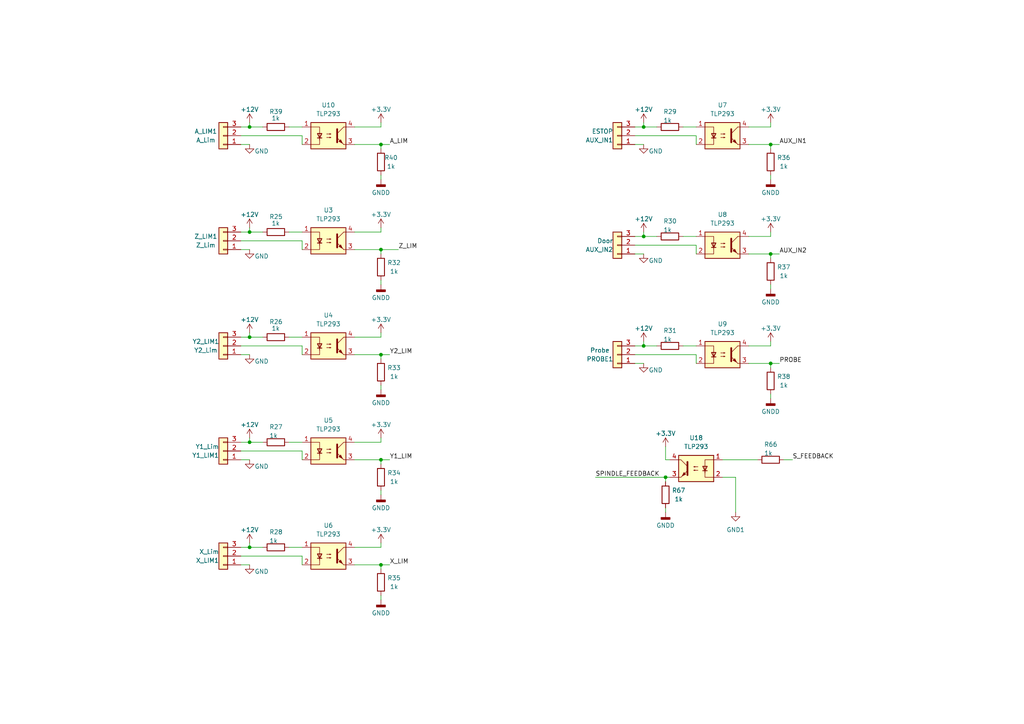
<source format=kicad_sch>
(kicad_sch (version 20230121) (generator eeschema)
  (paper "A4")
  (title_block (title "PCK Controller V1") (company "Josef Pecka"))
  (lib_symbols
    (symbol "Connector_Generic:Conn_01x03" (pin_names (offset 1.016) hide)
      (property "Reference" "J" (at 0 5.08 0))
      (property "Value" "Conn_01x03" (at 0 -5.08 0))
      (symbol "Conn_01x03_1_1"
        (rectangle (start -1.27 -2.413) (end 0 -2.667) (stroke (width 0.1524)))
        (rectangle (start -1.27 0.127) (end 0 -0.127) (stroke (width 0.1524)))
        (rectangle (start -1.27 2.667) (end 0 2.413) (stroke (width 0.1524)))
        (rectangle (start -1.27 3.81) (end 1.27 -3.81) (stroke (width 0.254)) (fill (type background)))
        (pin passive line (at -5.08 2.54 0) (length 3.81) (name "Pin_1") (number "1"))
        (pin passive line (at -5.08 0 0) (length 3.81) (name "Pin_2") (number "2"))
        (pin passive line (at -5.08 -2.54 0) (length 3.81) (name "Pin_3") (number "3"))
      )
    )
    (symbol "Device:R" (pin_numbers hide) (pin_names (offset 0))
      (property "Reference" "R" (at 2.032 0 90))
      (property "Value" "R" (at 0 0 90))
      (symbol "R_0_1"
        (rectangle (start -1.016 -2.54) (end 1.016 2.54) (stroke (width 0.254)))
      )
      (symbol "R_1_1"
        (pin passive line (at 0 3.81 270) (length 1.27) (name "~") (number "1"))
        (pin passive line (at 0 -3.81 90) (length 1.27) (name "~") (number "2"))
      )
    )
    (symbol "Isolator:TLP291"
      (property "Reference" "U" (at -5.08 5.08 0))
      (property "Value" "TLP291" (at 0 5.08 0))
      (symbol "TLP291_0_1"
        (rectangle (start -5.08 3.81) (end 5.08 -3.81) (stroke (width 0.254)) (fill (type background)))
        (polyline (pts (xy -3.175 -0.635) (xy -1.905 -0.635)) (stroke (width 0.254)))
        (polyline (pts (xy 2.54 0.635) (xy 4.445 2.54)))
        (polyline (pts (xy 4.445 -2.54) (xy 2.54 -0.635)) (fill (type outline)))
        (polyline (pts (xy 4.445 -2.54) (xy 5.08 -2.54)))
        (polyline (pts (xy 4.445 2.54) (xy 5.08 2.54)))
        (polyline (pts (xy -2.54 -0.635) (xy -2.54 -2.54) (xy -5.08 -2.54)))
        (polyline (pts (xy 2.54 1.905) (xy 2.54 -1.905) (xy 2.54 -1.905)) (stroke (width 0.508)))
        (polyline (pts (xy -5.08 2.54) (xy -2.54 2.54) (xy -2.54 -1.27) (xy -2.54 0.635)))
        (polyline (pts (xy -2.54 -0.635) (xy -3.175 0.635) (xy -1.905 0.635) (xy -2.54 -0.635)) (stroke (width 0.254)))
        (polyline (pts (xy -0.508 -0.508) (xy 0.762 -0.508) (xy 0.381 -0.635) (xy 0.381 -0.381) (xy 0.762 -0.508)))
        (polyline (pts (xy -0.508 0.508) (xy 0.762 0.508) (xy 0.381 0.381) (xy 0.381 0.635) (xy 0.762 0.508)))
        (polyline (pts (xy 3.048 -1.651) (xy 3.556 -1.143) (xy 4.064 -2.159) (xy 3.048 -1.651) (xy 3.048 -1.651)) (fill (type outline)))
      )
      (symbol "TLP291_1_1"
        (pin passive line (at -7.62 2.54 0) (length 2.54) (name "~") (number "1"))
        (pin passive line (at -7.62 -2.54 0) (length 2.54) (name "~") (number "2"))
        (pin passive line (at 7.62 -2.54 180) (length 2.54) (name "~") (number "3"))
        (pin passive line (at 7.62 2.54 180) (length 2.54) (name "~") (number "4"))
      )
    )
    (symbol "power:+12V" (power) (pin_names (offset 0))
      (property "Value" "+12V" (at 0 3.556 0))
      (symbol "+12V_0_1"
        (polyline (pts (xy -0.762 1.27) (xy 0 2.54)))
        (polyline (pts (xy 0 0) (xy 0 2.54)))
        (polyline (pts (xy 0 2.54) (xy 0.762 1.27)))
      )
      (symbol "+12V_1_1"
        (pin power_in line (at 0 0 90) (length 0) hide (name "+12V") (number "1"))
      )
    )
    (symbol "power:+3.3V" (power) (pin_names (offset 0))
      (property "Value" "+3.3V" (at 0 3.556 0))
      (symbol "+3.3V_0_1"
        (polyline (pts (xy -0.762 1.27) (xy 0 2.54)))
        (polyline (pts (xy 0 0) (xy 0 2.54)))
        (polyline (pts (xy 0 2.54) (xy 0.762 1.27)))
      )
      (symbol "+3.3V_1_1"
        (pin power_in line (at 0 0 90) (length 0) hide (name "+3.3V") (number "1"))
      )
    )
    (symbol "power:GND" (power) (pin_names (offset 0))
      (property "Value" "GND" (at 0 -3.81 0))
      (symbol "GND_0_1"
        (polyline (pts (xy 0 0) (xy 0 -1.27) (xy 1.27 -1.27) (xy 0 -2.54) (xy -1.27 -1.27) (xy 0 -1.27)))
      )
      (symbol "GND_1_1"
        (pin power_in line (at 0 0 270) (length 0) hide (name "GND") (number "1"))
      )
    )
    (symbol "power:GND1" (power) (pin_names (offset 0))
      (property "Value" "GND1" (at 0 -3.81 0))
      (symbol "GND1_0_1"
        (polyline (pts (xy 0 0) (xy 0 -1.27) (xy 1.27 -1.27) (xy 0 -2.54) (xy -1.27 -1.27) (xy 0 -1.27)))
      )
      (symbol "GND1_1_1"
        (pin power_in line (at 0 0 270) (length 0) hide (name "GND1") (number "1"))
      )
    )
    (symbol "power:GNDD" (power) (pin_names (offset 0))
      (property "Value" "GNDD" (at 0 -3.175 0))
      (symbol "GNDD_0_1"
        (rectangle (start -1.27 -1.524) (end 1.27 -2.032) (stroke (width 0.254)) (fill (type outline)))
        (polyline (pts (xy 0 0) (xy 0 -1.524)))
      )
      (symbol "GNDD_1_1"
        (pin power_in line (at 0 0 270) (length 0) hide (name "GNDD") (number "1"))
      )
    )
  )
  (junction (at 186.69 100.33))
  (junction (at 72.39 158.75))
  (junction (at 223.52 105.41))
  (junction (at 186.69 68.58))
  (junction (at 72.39 128.27))
  (junction (at 186.69 36.83))
  (junction (at 110.49 41.91))
  (junction (at 110.49 102.87))
  (junction (at 193.04 138.43))
  (junction (at 72.39 67.31))
  (junction (at 110.49 163.83))
  (junction (at 110.49 133.35))
  (junction (at 223.52 73.66))
  (junction (at 72.39 97.79))
  (junction (at 72.39 36.83))
  (junction (at 110.49 72.39))
  (junction (at 223.52 41.91))
  (wire (pts (xy 184.15 102.87) (xy 201.93 102.87)))
  (wire (pts (xy 201.93 73.66) (xy 201.93 71.12)))
  (wire (pts (xy 69.85 100.33) (xy 87.63 100.33)))
  (wire (pts (xy 193.04 139.7) (xy 193.04 138.43)))
  (wire (pts (xy 110.49 163.83) (xy 110.49 165.1)))
  (wire (pts (xy 72.39 66.04) (xy 72.39 67.31)))
  (wire (pts (xy 102.87 163.83) (xy 110.49 163.83)))
  (wire (pts (xy 198.12 36.83) (xy 201.93 36.83)))
  (wire (pts (xy 69.85 128.27) (xy 72.39 128.27)))
  (wire (pts (xy 87.63 163.83) (xy 87.63 161.29)))
  (wire (pts (xy 72.39 35.56) (xy 72.39 36.83)))
  (wire (pts (xy 209.55 133.35) (xy 219.71 133.35)))
  (wire (pts (xy 83.82 158.75) (xy 87.63 158.75)))
  (wire (pts (xy 201.93 41.91) (xy 201.93 39.37)))
  (wire (pts (xy 213.36 138.43) (xy 213.36 148.59)))
  (wire (pts (xy 223.52 68.58) (xy 223.52 67.31)))
  (wire (pts (xy 110.49 67.31) (xy 110.49 66.04)))
  (wire (pts (xy 102.87 36.83) (xy 110.49 36.83)))
  (wire (pts (xy 110.49 72.39) (xy 115.57 72.39)))
  (wire (pts (xy 110.49 111.76) (xy 110.49 113.03)))
  (wire (pts (xy 209.55 138.43) (xy 213.36 138.43)))
  (wire (pts (xy 223.52 82.55) (xy 223.52 83.82)))
  (wire (pts (xy 69.85 158.75) (xy 72.39 158.75)))
  (wire (pts (xy 172.72 138.43) (xy 193.04 138.43)))
  (wire (pts (xy 69.85 133.35) (xy 72.39 133.35)))
  (wire (pts (xy 184.15 71.12) (xy 201.93 71.12)))
  (wire (pts (xy 69.85 67.31) (xy 72.39 67.31)))
  (wire (pts (xy 113.03 133.35) (xy 110.49 133.35)))
  (wire (pts (xy 69.85 69.85) (xy 87.63 69.85)))
  (wire (pts (xy 69.85 41.91) (xy 72.39 41.91)))
  (wire (pts (xy 110.49 36.83) (xy 110.49 35.56)))
  (wire (pts (xy 193.04 138.43) (xy 194.31 138.43)))
  (wire (pts (xy 201.93 105.41) (xy 201.93 102.87)))
  (wire (pts (xy 102.87 72.39) (xy 110.49 72.39)))
  (wire (pts (xy 72.39 97.79) (xy 76.2 97.79)))
  (wire (pts (xy 223.52 50.8) (xy 223.52 52.07)))
  (wire (pts (xy 69.85 161.29) (xy 87.63 161.29)))
  (wire (pts (xy 83.82 97.79) (xy 87.63 97.79)))
  (wire (pts (xy 110.49 97.79) (xy 110.49 96.52)))
  (wire (pts (xy 72.39 128.27) (xy 76.2 128.27)))
  (wire (pts (xy 72.39 127) (xy 72.39 128.27)))
  (wire (pts (xy 72.39 96.52) (xy 72.39 97.79)))
  (wire (pts (xy 217.17 41.91) (xy 223.52 41.91)))
  (wire (pts (xy 110.49 81.28) (xy 110.49 82.55)))
  (wire (pts (xy 83.82 67.31) (xy 87.63 67.31)))
  (wire (pts (xy 184.15 39.37) (xy 201.93 39.37)))
  (wire (pts (xy 83.82 36.83) (xy 87.63 36.83)))
  (wire (pts (xy 72.39 36.83) (xy 76.2 36.83)))
  (wire (pts (xy 186.69 67.31) (xy 186.69 68.58)))
  (wire (pts (xy 229.87 133.35) (xy 227.33 133.35)))
  (wire (pts (xy 110.49 142.24) (xy 110.49 143.51)))
  (wire (pts (xy 217.17 100.33) (xy 223.52 100.33)))
  (wire (pts (xy 87.63 41.91) (xy 87.63 39.37)))
  (wire (pts (xy 184.15 73.66) (xy 186.69 73.66)))
  (wire (pts (xy 110.49 102.87) (xy 110.49 104.14)))
  (wire (pts (xy 217.17 105.41) (xy 223.52 105.41)))
  (wire (pts (xy 102.87 158.75) (xy 110.49 158.75)))
  (wire (pts (xy 102.87 97.79) (xy 110.49 97.79)))
  (wire (pts (xy 110.49 163.83) (xy 113.03 163.83)))
  (wire (pts (xy 223.52 114.3) (xy 223.52 115.57)))
  (wire (pts (xy 186.69 100.33) (xy 190.5 100.33)))
  (wire (pts (xy 69.85 39.37) (xy 87.63 39.37)))
  (wire (pts (xy 72.39 157.48) (xy 72.39 158.75)))
  (wire (pts (xy 69.85 102.87) (xy 72.39 102.87)))
  (wire (pts (xy 69.85 130.81) (xy 87.63 130.81)))
  (wire (pts (xy 184.15 105.41) (xy 186.69 105.41)))
  (wire (pts (xy 184.15 36.83) (xy 186.69 36.83)))
  (wire (pts (xy 223.52 73.66) (xy 226.06 73.66)))
  (wire (pts (xy 69.85 97.79) (xy 72.39 97.79)))
  (wire (pts (xy 87.63 102.87) (xy 87.63 100.33)))
  (wire (pts (xy 217.17 36.83) (xy 223.52 36.83)))
  (wire (pts (xy 193.04 129.54) (xy 193.04 133.35)))
  (wire (pts (xy 223.52 105.41) (xy 223.52 106.68)))
  (wire (pts (xy 186.69 99.06) (xy 186.69 100.33)))
  (wire (pts (xy 198.12 68.58) (xy 201.93 68.58)))
  (wire (pts (xy 186.69 68.58) (xy 190.5 68.58)))
  (wire (pts (xy 223.52 105.41) (xy 226.06 105.41)))
  (wire (pts (xy 110.49 128.27) (xy 110.49 127)))
  (wire (pts (xy 110.49 50.8) (xy 110.49 52.07)))
  (wire (pts (xy 110.49 133.35) (xy 102.87 133.35)))
  (wire (pts (xy 223.52 41.91) (xy 223.52 43.18)))
  (wire (pts (xy 193.04 133.35) (xy 194.31 133.35)))
  (wire (pts (xy 110.49 158.75) (xy 110.49 157.48)))
  (wire (pts (xy 193.04 147.32) (xy 193.04 148.59)))
  (wire (pts (xy 102.87 128.27) (xy 110.49 128.27)))
  (wire (pts (xy 223.52 100.33) (xy 223.52 99.06)))
  (wire (pts (xy 184.15 41.91) (xy 186.69 41.91)))
  (wire (pts (xy 110.49 133.35) (xy 110.49 134.62)))
  (wire (pts (xy 102.87 41.91) (xy 110.49 41.91)))
  (wire (pts (xy 110.49 41.91) (xy 113.03 41.91)))
  (wire (pts (xy 186.69 36.83) (xy 190.5 36.83)))
  (wire (pts (xy 102.87 102.87) (xy 110.49 102.87)))
  (wire (pts (xy 110.49 172.72) (xy 110.49 173.99)))
  (wire (pts (xy 223.52 73.66) (xy 223.52 74.93)))
  (wire (pts (xy 69.85 36.83) (xy 72.39 36.83)))
  (wire (pts (xy 69.85 163.83) (xy 72.39 163.83)))
  (wire (pts (xy 110.49 102.87) (xy 113.03 102.87)))
  (wire (pts (xy 72.39 67.31) (xy 76.2 67.31)))
  (wire (pts (xy 223.52 36.83) (xy 223.52 35.56)))
  (wire (pts (xy 87.63 133.35) (xy 87.63 130.81)))
  (wire (pts (xy 69.85 72.39) (xy 72.39 72.39)))
  (wire (pts (xy 83.82 128.27) (xy 87.63 128.27)))
  (wire (pts (xy 110.49 72.39) (xy 110.49 73.66)))
  (wire (pts (xy 72.39 158.75) (xy 76.2 158.75)))
  (wire (pts (xy 184.15 68.58) (xy 186.69 68.58)))
  (wire (pts (xy 184.15 100.33) (xy 186.69 100.33)))
  (wire (pts (xy 186.69 35.56) (xy 186.69 36.83)))
  (wire (pts (xy 198.12 100.33) (xy 201.93 100.33)))
  (wire (pts (xy 102.87 67.31) (xy 110.49 67.31)))
  (wire (pts (xy 217.17 68.58) (xy 223.52 68.58)))
  (wire (pts (xy 87.63 72.39) (xy 87.63 69.85)))
  (wire (pts (xy 223.52 41.91) (xy 226.06 41.91)))
  (wire (pts (xy 110.49 41.91) (xy 110.49 43.18)))
  (wire (pts (xy 217.17 73.66) (xy 223.52 73.66)))
  (label "AUX_IN1" (at 226.06 41.91 0))
  (label "Z_LIM" (at 115.57 72.39 0))
  (label "PROBE" (at 226.06 105.41 0))
  (label "SPINDLE_FEEDBACK" (at 172.72 138.43 0))
  (label "Y1_LIM" (at 113.03 133.35 0))
  (label "A_LIM" (at 113.03 41.91 0))
  (label "AUX_IN2" (at 226.06 73.66 0))
  (label "S_FEEDBACK" (at 229.87 133.35 0))
  (label "X_LIM" (at 113.03 163.83 0))
  (label "Y2_LIM" (at 113.03 102.87 0))
  (symbol (lib_id "power:+3.3V") (at 110.49 35.56 0) (unit 1)
    (property "Reference" "#PWR0102" (effects hide))
    (property "Value" "+3.3V" (at 110.49 31.75 0))
    (instances (project "CNC_board" (path "" (reference "#PWR0102") (unit 1))) (project "Schematic_export" (path "" (reference "#PWR0152") (unit 1)) (path "" (reference "#PWR0105") (unit 1))))
  )
  (symbol (lib_id "power:+3.3V") (at 110.49 157.48 0) (unit 1)
    (property "Reference" "#PWR089" (effects hide))
    (property "Value" "+3.3V" (at 110.49 153.67 0))
    (instances (project "CNC_board" (path "" (reference "#PWR089") (unit 1))) (project "Schematic_export" (path "" (reference "#PWR0160") (unit 1)) (path "" (reference "#PWR0113") (unit 1))))
  )
  (symbol (lib_id "power:+3.3V") (at 110.49 96.52 0) (unit 1)
    (property "Reference" "#PWR087" (effects hide))
    (property "Value" "+3.3V" (at 110.49 92.71 0))
    (instances (project "CNC_board" (path "" (reference "#PWR087") (unit 1))) (project "Schematic_export" (path "" (reference "#PWR0156") (unit 1)) (path "" (reference "#PWR0109") (unit 1))))
  )
  (symbol (lib_id "Connector_Generic:Conn_01x03") (at 64.77 39.37 180) (unit 1)
    (property "Reference" "A_LIM1" (at 59.69 38.1 0))
    (property "Value" "A_Lim" (at 59.69 40.64 0))
    (property "Footprint" "Connector_JST:JST_XH_B3B-XH-A_1x03_P2.50mm_Vertical" (effects hide))
    (instances (project "CNC_board" (path "" (reference "A_LIM1") (unit 1))) (project "Schematic_export" (path "" (reference "A_LIM2") (unit 1)) (path "" (reference "A_LIM1") (unit 1))))
  )
  (symbol (lib_id "Isolator:TLP291") (at 209.55 39.37 0) (unit 1)
    (property "Reference" "U7" (at 209.55 30.48 0))
    (property "Value" "TLP293" (at 209.55 33.02 0))
    (property "Footprint" "Package_SO:SOIC-4_4.55x2.6mm_P1.27mm" (effects hide))
    (property "Datasheet" "https://toshiba.semicon-storage.com/info/docget.jsp?did=12884&prodName=TLP291" (effects hide))
    (instances (project "CNC_board" (path "" (reference "U7") (unit 1))) (project "Schematic_export" (path "" (reference "U23") (unit 1)) (path "" (reference "U11") (unit 1))))
  )
  (symbol (lib_id "Isolator:TLP291") (at 209.55 71.12 0) (unit 1)
    (property "Reference" "U8" (at 209.55 62.23 0))
    (property "Value" "TLP293" (at 209.55 64.77 0))
    (property "Footprint" "Package_SO:SOIC-4_4.55x2.6mm_P1.27mm" (effects hide))
    (property "Datasheet" "https://toshiba.semicon-storage.com/info/docget.jsp?did=12884&prodName=TLP291" (effects hide))
    (instances (project "CNC_board" (path "" (reference "U8") (unit 1))) (project "Schematic_export" (path "" (reference "U24") (unit 1)) (path "" (reference "U12") (unit 1))))
  )
  (symbol (lib_id "Isolator:TLP291") (at 95.25 69.85 0) (unit 1)
    (property "Reference" "U3" (at 95.25 60.96 0))
    (property "Value" "TLP293" (at 95.25 63.5 0))
    (property "Footprint" "Package_SO:SOIC-4_4.55x2.6mm_P1.27mm" (effects hide))
    (property "Datasheet" "https://toshiba.semicon-storage.com/info/docget.jsp?did=12884&prodName=TLP291" (effects hide))
    (instances (project "CNC_board" (path "" (reference "U3") (unit 1))) (project "Schematic_export" (path "" (reference "U18") (unit 1)) (path "" (reference "U6") (unit 1))))
  )
  (symbol (lib_id "power:+3.3V") (at 110.49 127 0) (unit 1)
    (property "Reference" "#PWR088" (effects hide))
    (property "Value" "+3.3V" (at 110.49 123.19 0))
    (instances (project "CNC_board" (path "" (reference "#PWR088") (unit 1))) (project "Schematic_export" (path "" (reference "#PWR0158") (unit 1)) (path "" (reference "#PWR0111") (unit 1))))
  )
  (symbol (lib_id "power:GND") (at 72.39 133.35 0) (unit 1)
    (property "Reference" "#PWR077" (effects hide))
    (property "Value" "GND" (at 75.884 135.2821 0))
    (instances (project "CNC_board" (path "" (reference "#PWR077") (unit 1))) (project "Schematic_export" (path "" (reference "#PWR0149") (unit 1)) (path "" (reference "#PWR0102") (unit 1))) (project "CNC_controll_board" (path "" (reference "#PWR06") (unit 1))))
  )
  (symbol (lib_id "Device:R") (at 80.01 158.75 270) (unit 1)
    (property "Reference" "R28" (at 78.105 154.305 90) (effects (justify left)))
    (property "Value" "1k" (at 78.105 156.845 90) (effects (justify left)))
    (property "Footprint" "Resistor_SMD:R_0603_1608Metric" (effects hide))
    (instances (project "CNC_board" (path "" (reference "R28") (unit 1))) (project "Schematic_export" (path "" (reference "R74") (unit 1)) (path "" (reference "R44") (unit 1))))
  )
  (symbol (lib_id "Device:R") (at 194.31 100.33 270) (unit 1)
    (property "Reference" "R31" (at 192.405 95.885 90) (effects (justify left)))
    (property "Value" "1k" (at 192.405 98.425 90) (effects (justify left)))
    (property "Footprint" "Resistor_SMD:R_0603_1608Metric" (effects hide))
    (instances (project "CNC_board" (path "" (reference "R31") (unit 1))) (project "Schematic_export" (path "" (reference "R83") (unit 1)) (path "" (reference "R53") (unit 1))))
  )
  (symbol (lib_id "power:GND") (at 72.39 41.91 0) (unit 1)
    (property "Reference" "#PWR0101" (effects hide))
    (property "Value" "GND" (at 75.884 43.8421 0))
    (instances (project "CNC_board" (path "" (reference "#PWR0101") (unit 1))) (project "Schematic_export" (path "" (reference "#PWR0143") (unit 1)) (path "" (reference "#PWR096") (unit 1))) (project "CNC_controll_board" (path "" (reference "#PWR06") (unit 1))))
  )
  (symbol (lib_id "power:+12V") (at 72.39 127 0) (unit 1)
    (property "Reference" "#PWR076" (effects hide))
    (property "Value" "+12V" (at 72.39 123.19 0))
    (instances (project "CNC_board" (path "" (reference "#PWR076") (unit 1))) (project "Schematic_export" (path "" (reference "#PWR0148") (unit 1)) (path "" (reference "#PWR0101") (unit 1))))
  )
  (symbol (lib_id "Connector_Generic:Conn_01x03") (at 179.07 71.12 180) (unit 1)
    (property "Reference" "AUX_IN2" (at 177.8 72.39 0) (effects (justify left)))
    (property "Value" "Door" (at 177.8 69.85 0) (effects (justify left)))
    (property "Footprint" "Connector_JST:JST_XH_B3B-XH-A_1x03_P2.50mm_Vertical" (effects hide))
    (instances (project "CNC_board" (path "" (reference "AUX_IN2") (unit 1))) (project "Schematic_export" (path "" (reference "AUX_IN4") (unit 1)) (path "" (reference "AUX_IN2") (unit 1))))
  )
  (symbol (lib_id "Device:R") (at 110.49 107.95 180) (unit 1)
    (property "Reference" "R33" (at 114.3 106.68 0))
    (property "Value" "1k" (at 114.3 109.22 0))
    (property "Footprint" "Resistor_SMD:R_0402_1005Metric" (effects hide))
    (instances (project "CNC_board" (path "" (reference "R33") (unit 1))) (project "Schematic_export" (path "" (reference "R77") (unit 1)) (path "" (reference "R47") (unit 1))))
  )
  (symbol (lib_id "Isolator:TLP291") (at 95.25 39.37 0) (unit 1)
    (property "Reference" "U10" (at 95.25 30.48 0))
    (property "Value" "TLP293" (at 95.25 33.02 0))
    (property "Footprint" "Package_SO:SOIC-4_4.55x2.6mm_P1.27mm" (effects hide))
    (property "Datasheet" "https://toshiba.semicon-storage.com/info/docget.jsp?did=12884&prodName=TLP291" (effects hide))
    (instances (project "CNC_board" (path "" (reference "U10") (unit 1))) (project "Schematic_export" (path "" (reference "U17") (unit 1)) (path "" (reference "U5") (unit 1))))
  )
  (symbol (lib_id "Device:R") (at 223.52 133.35 270) (unit 1)
    (property "Reference" "R66" (at 221.615 128.905 90) (effects (justify left)))
    (property "Value" "1k" (at 221.615 131.445 90) (effects (justify left)))
    (property "Footprint" "Resistor_SMD:R_0603_1608Metric" (effects hide))
    (instances (project "CNC_board" (path "" (reference "R66") (unit 1))) (project "Schematic_export" (path "" (reference "R87") (unit 1)) (path "" (reference "R57") (unit 1))))
  )
  (symbol (lib_id "Device:R") (at 223.52 46.99 180) (unit 1)
    (property "Reference" "R36" (at 227.33 45.72 0))
    (property "Value" "1k" (at 227.33 48.26 0))
    (property "Footprint" "Resistor_SMD:R_0402_1005Metric" (effects hide))
    (instances (project "CNC_board" (path "" (reference "R36") (unit 1))) (project "Schematic_export" (path "" (reference "R84") (unit 1)) (path "" (reference "R54") (unit 1))))
  )
  (symbol (lib_id "Isolator:TLP291") (at 95.25 161.29 0) (unit 1)
    (property "Reference" "U6" (at 95.25 152.4 0))
    (property "Value" "TLP293" (at 95.25 154.94 0))
    (property "Footprint" "Package_SO:SOIC-4_4.55x2.6mm_P1.27mm" (effects hide))
    (property "Datasheet" "https://toshiba.semicon-storage.com/info/docget.jsp?did=12884&prodName=TLP291" (effects hide))
    (instances (project "CNC_board" (path "" (reference "U6") (unit 1))) (project "Schematic_export" (path "" (reference "U21") (unit 1)) (path "" (reference "U9") (unit 1))))
  )
  (symbol (lib_id "Device:R") (at 194.31 36.83 270) (unit 1)
    (property "Reference" "R29" (at 192.405 32.385 90) (effects (justify left)))
    (property "Value" "1k" (at 192.405 34.925 90) (effects (justify left)))
    (property "Footprint" "Resistor_SMD:R_0603_1608Metric" (effects hide))
    (instances (project "CNC_board" (path "" (reference "R29") (unit 1))) (project "Schematic_export" (path "" (reference "R81") (unit 1)) (path "" (reference "R51") (unit 1))))
  )
  (symbol (lib_id "Device:R") (at 110.49 77.47 180) (unit 1)
    (property "Reference" "R32" (at 114.3 76.2 0))
    (property "Value" "1k" (at 114.3 78.74 0))
    (property "Footprint" "Resistor_SMD:R_0402_1005Metric" (effects hide))
    (instances (project "CNC_board" (path "" (reference "R32") (unit 1))) (project "Schematic_export" (path "" (reference "R76") (unit 1)) (path "" (reference "R46") (unit 1))))
  )
  (symbol (lib_id "Device:R") (at 80.01 67.31 270) (unit 1)
    (property "Reference" "R25" (at 78.105 62.865 90) (effects (justify left)))
    (property "Value" "1k" (at 78.74 64.77 90) (effects (justify left)))
    (property "Footprint" "Resistor_SMD:R_0603_1608Metric" (effects hide))
    (instances (project "CNC_board" (path "" (reference "R25") (unit 1))) (project "Schematic_export" (path "" (reference "R71") (unit 1)) (path "" (reference "R41") (unit 1))))
  )
  (symbol (lib_id "power:GND1") (at 213.36 148.59 0) (unit 1)
    (property "Reference" "#PWR0142" (effects hide))
    (property "Value" "GND1" (at 213.36 153.67 0))
    (instances (project "CNC_board" (path "" (reference "#PWR0142") (unit 1))) (project "Schematic_export" (path "" (reference "#PWR0170") (unit 1)) (path "" (reference "#PWR0123") (unit 1))))
  )
  (symbol (lib_id "power:+12V") (at 72.39 66.04 0) (unit 1)
    (property "Reference" "#PWR072" (effects hide))
    (property "Value" "+12V" (at 72.39 62.23 0))
    (instances (project "CNC_board" (path "" (reference "#PWR072") (unit 1))) (project "Schematic_export" (path "" (reference "#PWR0144") (unit 1)) (path "" (reference "#PWR097") (unit 1))))
  )
  (symbol (lib_id "power:+12V") (at 186.69 99.06 0) (unit 1)
    (property "Reference" "#PWR084" (effects hide))
    (property "Value" "+12V" (at 186.69 95.25 0))
    (instances (project "CNC_board" (path "" (reference "#PWR084") (unit 1))) (project "Schematic_export" (path "" (reference "#PWR0166") (unit 1)) (path "" (reference "#PWR0119") (unit 1))))
  )
  (symbol (lib_id "power:GNDD") (at 110.49 52.07 0) (unit 1)
    (property "Reference" "#PWR0103" (effects hide))
    (property "Value" "GNDD" (at 110.49 55.88 0))
    (instances (project "CNC_board" (path "" (reference "#PWR0103") (unit 1))) (project "Schematic_export" (path "" (reference "#PWR0153") (unit 1)) (path "" (reference "#PWR0106") (unit 1))))
  )
  (symbol (lib_id "power:+3.3V") (at 223.52 35.56 0) (unit 1)
    (property "Reference" "#PWR090" (effects hide))
    (property "Value" "+3.3V" (at 223.52 31.75 0))
    (instances (project "CNC_board" (path "" (reference "#PWR090") (unit 1))) (project "Schematic_export" (path "" (reference "#PWR0171") (unit 1)) (path "" (reference "#PWR0124") (unit 1))))
  )
  (symbol (lib_id "power:GND") (at 186.69 105.41 0) (unit 1)
    (property "Reference" "#PWR085" (effects hide))
    (property "Value" "GND" (at 190.184 107.3421 0))
    (instances (project "CNC_board" (path "" (reference "#PWR085") (unit 1))) (project "Schematic_export" (path "" (reference "#PWR0167") (unit 1)) (path "" (reference "#PWR0120") (unit 1))) (project "CNC_controll_board" (path "" (reference "#PWR06") (unit 1))))
  )
  (symbol (lib_id "power:GNDD") (at 193.04 148.59 0) (unit 1)
    (property "Reference" "#PWR0145" (effects hide))
    (property "Value" "GNDD" (at 193.04 152.4 0))
    (instances (project "CNC_board" (path "" (reference "#PWR0145") (unit 1))) (project "Schematic_export" (path "" (reference "#PWR0169") (unit 1)) (path "" (reference "#PWR0122") (unit 1))))
  )
  (symbol (lib_id "power:GNDD") (at 223.52 52.07 0) (unit 1)
    (property "Reference" "#PWR097" (effects hide))
    (property "Value" "GNDD" (at 223.52 55.88 0))
    (instances (project "CNC_board" (path "" (reference "#PWR097") (unit 1))) (project "Schematic_export" (path "" (reference "#PWR0172") (unit 1)) (path "" (reference "#PWR0125") (unit 1))))
  )
  (symbol (lib_id "Device:R") (at 80.01 128.27 270) (unit 1)
    (property "Reference" "R27" (at 78.105 123.825 90) (effects (justify left)))
    (property "Value" "1k" (at 78.105 126.365 90) (effects (justify left)))
    (property "Footprint" "Resistor_SMD:R_0603_1608Metric" (effects hide))
    (instances (project "CNC_board" (path "" (reference "R27") (unit 1))) (project "Schematic_export" (path "" (reference "R73") (unit 1)) (path "" (reference "R43") (unit 1))))
  )
  (symbol (lib_id "power:GND") (at 186.69 41.91 0) (unit 1)
    (property "Reference" "#PWR081" (effects hide))
    (property "Value" "GND" (at 190.184 43.8421 0))
    (instances (project "CNC_board" (path "" (reference "#PWR081") (unit 1))) (project "Schematic_export" (path "" (reference "#PWR0163") (unit 1)) (path "" (reference "#PWR0116") (unit 1))) (project "CNC_controll_board" (path "" (reference "#PWR06") (unit 1))))
  )
  (symbol (lib_id "Connector_Generic:Conn_01x03") (at 64.77 69.85 180) (unit 1)
    (property "Reference" "Z_LIM1" (at 59.69 68.58 0))
    (property "Value" "Z_Lim" (at 59.69 71.12 0))
    (property "Footprint" "Connector_JST:JST_XH_B3B-XH-A_1x03_P2.50mm_Vertical" (effects hide))
    (instances (project "CNC_board" (path "" (reference "Z_LIM1") (unit 1))) (project "Schematic_export" (path "" (reference "Z_LIM2") (unit 1)) (path "" (reference "Z_LIM1") (unit 1))))
  )
  (symbol (lib_id "power:+3.3V") (at 110.49 66.04 0) (unit 1)
    (property "Reference" "#PWR086" (effects hide))
    (property "Value" "+3.3V" (at 110.49 62.23 0))
    (instances (project "CNC_board" (path "" (reference "#PWR086") (unit 1))) (project "Schematic_export" (path "" (reference "#PWR0154") (unit 1)) (path "" (reference "#PWR0107") (unit 1))))
  )
  (symbol (lib_id "power:GND") (at 72.39 102.87 0) (unit 1)
    (property "Reference" "#PWR075" (effects hide))
    (property "Value" "GND" (at 75.884 104.8021 0))
    (instances (project "CNC_board" (path "" (reference "#PWR075") (unit 1))) (project "Schematic_export" (path "" (reference "#PWR0147") (unit 1)) (path "" (reference "#PWR0100") (unit 1))) (project "CNC_controll_board" (path "" (reference "#PWR06") (unit 1))))
  )
  (symbol (lib_id "power:GNDD") (at 110.49 173.99 0) (unit 1)
    (property "Reference" "#PWR096" (effects hide))
    (property "Value" "GNDD" (at 110.49 177.8 0))
    (instances (project "CNC_board" (path "" (reference "#PWR096") (unit 1))) (project "Schematic_export" (path "" (reference "#PWR0161") (unit 1)) (path "" (reference "#PWR0114") (unit 1))))
  )
  (symbol (lib_id "Connector_Generic:Conn_01x03") (at 64.77 161.29 180) (unit 1)
    (property "Reference" "X_LIM1" (at 63.5 162.56 0) (effects (justify left)))
    (property "Value" "X_Lim" (at 63.5 160.02 0) (effects (justify left)))
    (property "Footprint" "Connector_JST:JST_XH_B3B-XH-A_1x03_P2.50mm_Vertical" (effects hide))
    (instances (project "CNC_board" (path "" (reference "X_LIM1") (unit 1))) (project "Schematic_export" (path "" (reference "X_LIM2") (unit 1)) (path "" (reference "X_LIM1") (unit 1))))
  )
  (symbol (lib_id "Device:R") (at 110.49 138.43 180) (unit 1)
    (property "Reference" "R34" (at 114.3 137.16 0))
    (property "Value" "1k" (at 114.3 139.7 0))
    (property "Footprint" "Resistor_SMD:R_0402_1005Metric" (effects hide))
    (instances (project "CNC_board" (path "" (reference "R34") (unit 1))) (project "Schematic_export" (path "" (reference "R78") (unit 1)) (path "" (reference "R48") (unit 1))))
  )
  (symbol (lib_id "Device:R") (at 193.04 143.51 180) (unit 1)
    (property "Reference" "R67" (at 196.85 142.24 0))
    (property "Value" "1k" (at 196.85 144.78 0))
    (property "Footprint" "Resistor_SMD:R_0402_1005Metric" (effects hide))
    (instances (project "CNC_board" (path "" (reference "R67") (unit 1))) (project "Schematic_export" (path "" (reference "R80") (unit 1)) (path "" (reference "R50") (unit 1))))
  )
  (symbol (lib_id "power:+12V") (at 72.39 157.48 0) (unit 1)
    (property "Reference" "#PWR078" (effects hide))
    (property "Value" "+12V" (at 72.39 153.67 0))
    (instances (project "CNC_board" (path "" (reference "#PWR078") (unit 1))) (project "Schematic_export" (path "" (reference "#PWR0150") (unit 1)) (path "" (reference "#PWR0103") (unit 1))))
  )
  (symbol (lib_id "Device:R") (at 223.52 78.74 180) (unit 1)
    (property "Reference" "R37" (at 227.33 77.47 0))
    (property "Value" "1k" (at 227.33 80.01 0))
    (property "Footprint" "Resistor_SMD:R_0402_1005Metric" (effects hide))
    (instances (project "CNC_board" (path "" (reference "R37") (unit 1))) (project "Schematic_export" (path "" (reference "R85") (unit 1)) (path "" (reference "R55") (unit 1))))
  )
  (symbol (lib_id "power:GNDD") (at 110.49 113.03 0) (unit 1)
    (property "Reference" "#PWR094" (effects hide))
    (property "Value" "GNDD" (at 110.49 116.84 0))
    (instances (project "CNC_board" (path "" (reference "#PWR094") (unit 1))) (project "Schematic_export" (path "" (reference "#PWR0157") (unit 1)) (path "" (reference "#PWR0110") (unit 1))))
  )
  (symbol (lib_id "power:GNDD") (at 110.49 82.55 0) (unit 1)
    (property "Reference" "#PWR093" (effects hide))
    (property "Value" "GNDD" (at 110.49 86.36 0))
    (instances (project "CNC_board" (path "" (reference "#PWR093") (unit 1))) (project "Schematic_export" (path "" (reference "#PWR0155") (unit 1)) (path "" (reference "#PWR0108") (unit 1))))
  )
  (symbol (lib_id "Isolator:TLP291") (at 95.25 130.81 0) (unit 1)
    (property "Reference" "U5" (at 95.25 121.92 0))
    (property "Value" "TLP293" (at 95.25 124.46 0))
    (property "Footprint" "Package_SO:SOIC-4_4.55x2.6mm_P1.27mm" (effects hide))
    (property "Datasheet" "https://toshiba.semicon-storage.com/info/docget.jsp?did=12884&prodName=TLP291" (effects hide))
    (instances (project "CNC_board" (path "" (reference "U5") (unit 1))) (project "Schematic_export" (path "" (reference "U20") (unit 1)) (path "" (reference "U8") (unit 1))))
  )
  (symbol (lib_id "power:+3.3V") (at 223.52 67.31 0) (unit 1)
    (property "Reference" "#PWR091" (effects hide))
    (property "Value" "+3.3V" (at 223.52 63.5 0))
    (instances (project "CNC_board" (path "" (reference "#PWR091") (unit 1))) (project "Schematic_export" (path "" (reference "#PWR0173") (unit 1)) (path "" (reference "#PWR0126") (unit 1))))
  )
  (symbol (lib_id "power:+12V") (at 186.69 35.56 0) (unit 1)
    (property "Reference" "#PWR080" (effects hide))
    (property "Value" "+12V" (at 186.69 31.75 0))
    (instances (project "CNC_board" (path "" (reference "#PWR080") (unit 1))) (project "Schematic_export" (path "" (reference "#PWR0162") (unit 1)) (path "" (reference "#PWR0115") (unit 1))))
  )
  (symbol (lib_id "Device:R") (at 194.31 68.58 270) (unit 1)
    (property "Reference" "R30" (at 192.405 64.135 90) (effects (justify left)))
    (property "Value" "1k" (at 192.405 66.675 90) (effects (justify left)))
    (property "Footprint" "Resistor_SMD:R_0603_1608Metric" (effects hide))
    (instances (project "CNC_board" (path "" (reference "R30") (unit 1))) (project "Schematic_export" (path "" (reference "R82") (unit 1)) (path "" (reference "R52") (unit 1))))
  )
  (symbol (lib_id "power:+12V") (at 72.39 35.56 0) (unit 1)
    (property "Reference" "#PWR0100" (effects hide))
    (property "Value" "+12V" (at 72.39 31.75 0))
    (instances (project "CNC_board" (path "" (reference "#PWR0100") (unit 1))) (project "Schematic_export" (path "" (reference "#PWR0142") (unit 1)) (path "" (reference "#PWR095") (unit 1))))
  )
  (symbol (lib_id "power:+3.3V") (at 193.04 129.54 0) (unit 1)
    (property "Reference" "#PWR0144" (effects hide))
    (property "Value" "+3.3V" (at 193.04 125.73 0))
    (instances (project "CNC_board" (path "" (reference "#PWR0144") (unit 1))) (project "Schematic_export" (path "" (reference "#PWR0168") (unit 1)) (path "" (reference "#PWR0121") (unit 1))))
  )
  (symbol (lib_id "Connector_Generic:Conn_01x03") (at 64.77 130.81 180) (unit 1)
    (property "Reference" "Y1_LIM1" (at 63.5 132.08 0) (effects (justify left)))
    (property "Value" "Y1_Lim" (at 63.5 129.54 0) (effects (justify left)))
    (property "Footprint" "Connector_JST:JST_XH_B3B-XH-A_1x03_P2.50mm_Vertical" (effects hide))
    (instances (project "CNC_board" (path "" (reference "Y1_LIM1") (unit 1))) (project "Schematic_export" (path "" (reference "Y1_LIM2") (unit 1)) (path "" (reference "Y1_LIM1") (unit 1))))
  )
  (symbol (lib_id "Isolator:TLP291") (at 95.25 100.33 0) (unit 1)
    (property "Reference" "U4" (at 95.25 91.44 0))
    (property "Value" "TLP293" (at 95.25 93.98 0))
    (property "Footprint" "Package_SO:SOIC-4_4.55x2.6mm_P1.27mm" (effects hide))
    (property "Datasheet" "https://toshiba.semicon-storage.com/info/docget.jsp?did=12884&prodName=TLP291" (effects hide))
    (instances (project "CNC_board" (path "" (reference "U4") (unit 1))) (project "Schematic_export" (path "" (reference "U19") (unit 1)) (path "" (reference "U7") (unit 1))))
  )
  (symbol (lib_id "Isolator:TLP291") (at 201.93 135.89 0) (mirror y) (unit 1)
    (property "Reference" "U18" (at 201.93 127 0))
    (property "Value" "TLP293" (at 201.93 129.54 0))
    (property "Footprint" "Package_SO:SOIC-4_4.55x2.6mm_P1.27mm" (effects hide))
    (property "Datasheet" "https://toshiba.semicon-storage.com/info/docget.jsp?did=12884&prodName=TLP291" (effects hide))
    (instances (project "CNC_board" (path "" (reference "U18") (unit 1))) (project "Schematic_export" (path "" (reference "U22") (unit 1)) (path "" (reference "U10") (unit 1))))
  )
  (symbol (lib_id "Connector_Generic:Conn_01x03") (at 179.07 102.87 180) (unit 1)
    (property "Reference" "PROBE1" (at 173.99 104.14 0))
    (property "Value" "Probe" (at 173.99 101.6 0))
    (property "Footprint" "Connector_JST:JST_XH_B3B-XH-A_1x03_P2.50mm_Vertical" (effects hide))
    (instances (project "CNC_board" (path "" (reference "PROBE1") (unit 1))) (project "Schematic_export" (path "" (reference "PROBE2") (unit 1)) (path "" (reference "PROBE1") (unit 1))))
  )
  (symbol (lib_id "power:GNDD") (at 110.49 143.51 0) (unit 1)
    (property "Reference" "#PWR095" (effects hide))
    (property "Value" "GNDD" (at 110.49 147.32 0))
    (instances (project "CNC_board" (path "" (reference "#PWR095") (unit 1))) (project "Schematic_export" (path "" (reference "#PWR0159") (unit 1)) (path "" (reference "#PWR0112") (unit 1))))
  )
  (symbol (lib_id "power:+12V") (at 72.39 96.52 0) (unit 1)
    (property "Reference" "#PWR074" (effects hide))
    (property "Value" "+12V" (at 72.39 92.71 0))
    (instances (project "CNC_board" (path "" (reference "#PWR074") (unit 1))) (project "Schematic_export" (path "" (reference "#PWR0146") (unit 1)) (path "" (reference "#PWR099") (unit 1))))
  )
  (symbol (lib_id "power:GNDD") (at 223.52 83.82 0) (unit 1)
    (property "Reference" "#PWR098" (effects hide))
    (property "Value" "GNDD" (at 223.52 87.63 0))
    (instances (project "CNC_board" (path "" (reference "#PWR098") (unit 1))) (project "Schematic_export" (path "" (reference "#PWR0174") (unit 1)) (path "" (reference "#PWR0127") (unit 1))))
  )
  (symbol (lib_id "power:GND") (at 72.39 163.83 0) (unit 1)
    (property "Reference" "#PWR079" (effects hide))
    (property "Value" "GND" (at 75.884 165.7621 0))
    (instances (project "CNC_board" (path "" (reference "#PWR079") (unit 1))) (project "Schematic_export" (path "" (reference "#PWR0151") (unit 1)) (path "" (reference "#PWR0104") (unit 1))) (project "CNC_controll_board" (path "" (reference "#PWR06") (unit 1))))
  )
  (symbol (lib_id "power:+12V") (at 186.69 67.31 0) (unit 1)
    (property "Reference" "#PWR082" (effects hide))
    (property "Value" "+12V" (at 186.69 63.5 0))
    (instances (project "CNC_board" (path "" (reference "#PWR082") (unit 1))) (project "Schematic_export" (path "" (reference "#PWR0164") (unit 1)) (path "" (reference "#PWR0117") (unit 1))))
  )
  (symbol (lib_id "Device:R") (at 80.01 97.79 270) (unit 1)
    (property "Reference" "R26" (at 78.105 93.345 90) (effects (justify left)))
    (property "Value" "1k" (at 78.74 95.25 90) (effects (justify left)))
    (property "Footprint" "Resistor_SMD:R_0603_1608Metric" (effects hide))
    (instances (project "CNC_board" (path "" (reference "R26") (unit 1))) (project "Schematic_export" (path "" (reference "R72") (unit 1)) (path "" (reference "R42") (unit 1))))
  )
  (symbol (lib_id "power:GND") (at 186.69 73.66 0) (unit 1)
    (property "Reference" "#PWR083" (effects hide))
    (property "Value" "GND" (at 190.184 75.5921 0))
    (instances (project "CNC_board" (path "" (reference "#PWR083") (unit 1))) (project "Schematic_export" (path "" (reference "#PWR0165") (unit 1)) (path "" (reference "#PWR0118") (unit 1))) (project "CNC_controll_board" (path "" (reference "#PWR06") (unit 1))))
  )
  (symbol (lib_id "Connector_Generic:Conn_01x03") (at 64.77 100.33 180) (unit 1)
    (property "Reference" "Y2_LIM1" (at 59.69 99.06 0))
    (property "Value" "Y2_Lim" (at 59.69 101.6 0))
    (property "Footprint" "Connector_JST:JST_XH_B3B-XH-A_1x03_P2.50mm_Vertical" (effects hide))
    (instances (project "CNC_board" (path "" (reference "Y2_LIM1") (unit 1))) (project "Schematic_export" (path "" (reference "Y2_LIM2") (unit 1)) (path "" (reference "Y2_LIM1") (unit 1))))
  )
  (symbol (lib_id "Isolator:TLP291") (at 209.55 102.87 0) (unit 1)
    (property "Reference" "U9" (at 209.55 93.98 0))
    (property "Value" "TLP293" (at 209.55 96.52 0))
    (property "Footprint" "Package_SO:SOIC-4_4.55x2.6mm_P1.27mm" (effects hide))
    (property "Datasheet" "https://toshiba.semicon-storage.com/info/docget.jsp?did=12884&prodName=TLP291" (effects hide))
    (instances (project "CNC_board" (path "" (reference "U9") (unit 1))) (project "Schematic_export" (path "" (reference "U25") (unit 1)) (path "" (reference "U13") (unit 1))))
  )
  (symbol (lib_id "Connector_Generic:Conn_01x03") (at 179.07 39.37 180) (unit 1)
    (property "Reference" "AUX_IN1" (at 177.8 40.64 0) (effects (justify left)))
    (property "Value" "ESTOP" (at 177.8 38.1 0) (effects (justify left)))
    (property "Footprint" "Connector_JST:JST_XH_B3B-XH-A_1x03_P2.50mm_Vertical" (effects hide))
    (instances (project "CNC_board" (path "" (reference "AUX_IN1") (unit 1))) (project "Schematic_export" (path "" (reference "AUX_IN3") (unit 1)) (path "" (reference "AUX_IN1") (unit 1))))
  )
  (symbol (lib_id "Device:R") (at 80.01 36.83 270) (unit 1)
    (property "Reference" "R39" (at 78.105 32.385 90) (effects (justify left)))
    (property "Value" "1k" (at 78.74 34.29 90) (effects (justify left)))
    (property "Footprint" "Resistor_SMD:R_0603_1608Metric" (effects hide))
    (instances (project "CNC_board" (path "" (reference "R39") (unit 1))) (project "Schematic_export" (path "" (reference "R70") (unit 1)) (path "" (reference "R40") (unit 1))))
  )
  (symbol (lib_id "Device:R") (at 110.49 46.99 180) (unit 1)
    (property "Reference" "R40" (at 113.4183 45.7377 0))
    (property "Value" "1k" (at 113.4183 48.2777 0))
    (property "Footprint" "Resistor_SMD:R_0402_1005Metric" (effects hide))
    (instances (project "CNC_board" (path "" (reference "R40") (unit 1))) (project "Schematic_export" (path "" (reference "R75") (unit 1)) (path "" (reference "R45") (unit 1))))
  )
  (symbol (lib_id "power:+3.3V") (at 223.52 99.06 0) (unit 1)
    (property "Reference" "#PWR092" (effects hide))
    (property "Value" "+3.3V" (at 223.52 95.25 0))
    (instances (project "CNC_board" (path "" (reference "#PWR092") (unit 1))) (project "Schematic_export" (path "" (reference "#PWR0175") (unit 1)) (path "" (reference "#PWR0128") (unit 1))))
  )
  (symbol (lib_id "power:GND") (at 72.39 72.39 0) (unit 1)
    (property "Reference" "#PWR073" (effects hide))
    (property "Value" "GND" (at 75.884 74.3221 0))
    (instances (project "CNC_board" (path "" (reference "#PWR073") (unit 1))) (project "Schematic_export" (path "" (reference "#PWR0145") (unit 1)) (path "" (reference "#PWR098") (unit 1))) (project "CNC_controll_board" (path "" (reference "#PWR06") (unit 1))))
  )
  (symbol (lib_id "power:GNDD") (at 223.52 115.57 0) (unit 1)
    (property "Reference" "#PWR099" (effects hide))
    (property "Value" "GNDD" (at 223.52 119.38 0))
    (instances (project "CNC_board" (path "" (reference "#PWR099") (unit 1))) (project "Schematic_export" (path "" (reference "#PWR0176") (unit 1)) (path "" (reference "#PWR0129") (unit 1))))
  )
  (symbol (lib_id "Device:R") (at 223.52 110.49 180) (unit 1)
    (property "Reference" "R38" (at 227.33 109.22 0))
    (property "Value" "1k" (at 227.33 111.76 0))
    (property "Footprint" "Resistor_SMD:R_0402_1005Metric" (effects hide))
    (instances (project "CNC_board" (path "" (reference "R38") (unit 1))) (project "Schematic_export" (path "" (reference "R86") (unit 1)) (path "" (reference "R56") (unit 1))))
  )
  (symbol (lib_id "Device:R") (at 110.49 168.91 180) (unit 1)
    (property "Reference" "R35" (at 114.3 167.64 0))
    (property "Value" "1k" (at 114.3 170.18 0))
    (property "Footprint" "Resistor_SMD:R_0402_1005Metric" (effects hide))
    (instances (project "CNC_board" (path "" (reference "R35") (unit 1))) (project "Schematic_export" (path "" (reference "R79") (unit 1)) (path "" (reference "R49") (unit 1))))
  )
)
</source>
